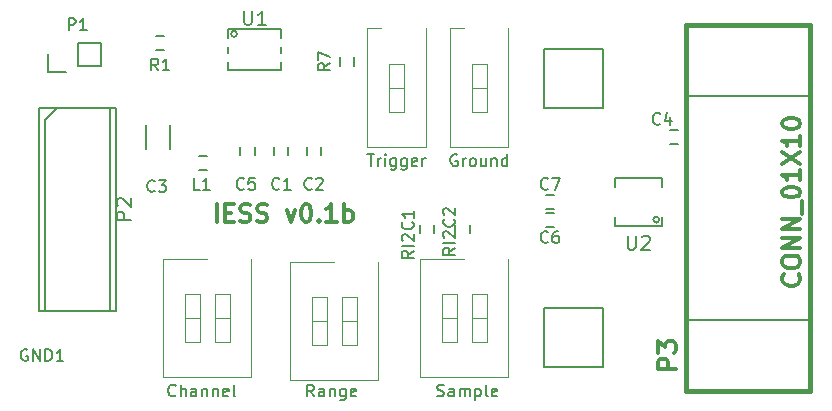
<source format=gbr>
G04 #@! TF.FileFunction,Legend,Top*
%FSLAX46Y46*%
G04 Gerber Fmt 4.6, Leading zero omitted, Abs format (unit mm)*
G04 Created by KiCad (PCBNEW 4.0.4+e1-6308~48~ubuntu14.04.1-stable) date Wed Jan  4 17:00:53 2017*
%MOMM*%
%LPD*%
G01*
G04 APERTURE LIST*
%ADD10C,0.100000*%
%ADD11C,0.300000*%
%ADD12C,0.150000*%
%ADD13C,0.400000*%
%ADD14C,0.120000*%
%ADD15C,0.304800*%
G04 APERTURE END LIST*
D10*
D11*
X166785715Y-107178571D02*
X166785715Y-105678571D01*
X167500001Y-106392857D02*
X168000001Y-106392857D01*
X168214287Y-107178571D02*
X167500001Y-107178571D01*
X167500001Y-105678571D01*
X168214287Y-105678571D01*
X168785715Y-107107143D02*
X169000001Y-107178571D01*
X169357144Y-107178571D01*
X169500001Y-107107143D01*
X169571430Y-107035714D01*
X169642858Y-106892857D01*
X169642858Y-106750000D01*
X169571430Y-106607143D01*
X169500001Y-106535714D01*
X169357144Y-106464286D01*
X169071430Y-106392857D01*
X168928572Y-106321429D01*
X168857144Y-106250000D01*
X168785715Y-106107143D01*
X168785715Y-105964286D01*
X168857144Y-105821429D01*
X168928572Y-105750000D01*
X169071430Y-105678571D01*
X169428572Y-105678571D01*
X169642858Y-105750000D01*
X170214286Y-107107143D02*
X170428572Y-107178571D01*
X170785715Y-107178571D01*
X170928572Y-107107143D01*
X171000001Y-107035714D01*
X171071429Y-106892857D01*
X171071429Y-106750000D01*
X171000001Y-106607143D01*
X170928572Y-106535714D01*
X170785715Y-106464286D01*
X170500001Y-106392857D01*
X170357143Y-106321429D01*
X170285715Y-106250000D01*
X170214286Y-106107143D01*
X170214286Y-105964286D01*
X170285715Y-105821429D01*
X170357143Y-105750000D01*
X170500001Y-105678571D01*
X170857143Y-105678571D01*
X171071429Y-105750000D01*
X172714286Y-106178571D02*
X173071429Y-107178571D01*
X173428571Y-106178571D01*
X174285714Y-105678571D02*
X174428571Y-105678571D01*
X174571428Y-105750000D01*
X174642857Y-105821429D01*
X174714286Y-105964286D01*
X174785714Y-106250000D01*
X174785714Y-106607143D01*
X174714286Y-106892857D01*
X174642857Y-107035714D01*
X174571428Y-107107143D01*
X174428571Y-107178571D01*
X174285714Y-107178571D01*
X174142857Y-107107143D01*
X174071428Y-107035714D01*
X174000000Y-106892857D01*
X173928571Y-106607143D01*
X173928571Y-106250000D01*
X174000000Y-105964286D01*
X174071428Y-105821429D01*
X174142857Y-105750000D01*
X174285714Y-105678571D01*
X175428571Y-107035714D02*
X175499999Y-107107143D01*
X175428571Y-107178571D01*
X175357142Y-107107143D01*
X175428571Y-107035714D01*
X175428571Y-107178571D01*
X176928571Y-107178571D02*
X176071428Y-107178571D01*
X176500000Y-107178571D02*
X176500000Y-105678571D01*
X176357143Y-105892857D01*
X176214285Y-106035714D01*
X176071428Y-106107143D01*
X177571428Y-107178571D02*
X177571428Y-105678571D01*
X177571428Y-106250000D02*
X177714285Y-106178571D01*
X177999999Y-106178571D01*
X178142856Y-106250000D01*
X178214285Y-106321429D01*
X178285714Y-106464286D01*
X178285714Y-106892857D01*
X178214285Y-107035714D01*
X178142856Y-107107143D01*
X177999999Y-107178571D01*
X177714285Y-107178571D01*
X177571428Y-107107143D01*
D12*
X171600000Y-101550000D02*
X171600000Y-100850000D01*
X172800000Y-100850000D02*
X172800000Y-101550000D01*
X174400000Y-101550000D02*
X174400000Y-100850000D01*
X175600000Y-100850000D02*
X175600000Y-101550000D01*
X205850000Y-100600000D02*
X205150000Y-100600000D01*
X205150000Y-99400000D02*
X205850000Y-99400000D01*
X168800000Y-101550000D02*
X168800000Y-100850000D01*
X170000000Y-100850000D02*
X170000000Y-101550000D01*
X195350000Y-107600000D02*
X194650000Y-107600000D01*
X194650000Y-106400000D02*
X195350000Y-106400000D01*
X195350000Y-106100000D02*
X194650000Y-106100000D01*
X194650000Y-104900000D02*
X195350000Y-104900000D01*
X165250000Y-101600000D02*
X165950000Y-101600000D01*
X165950000Y-102800000D02*
X165250000Y-102800000D01*
X155000000Y-94000000D02*
X155000000Y-92000000D01*
X155000000Y-92000000D02*
X157000000Y-92000000D01*
X157000000Y-92000000D02*
X157000000Y-94000000D01*
X157000000Y-94000000D02*
X155000000Y-94000000D01*
X154000000Y-94500000D02*
X152500000Y-94500000D01*
X152500000Y-94500000D02*
X152500000Y-93000000D01*
X162350000Y-92600000D02*
X161650000Y-92600000D01*
X161650000Y-91400000D02*
X162350000Y-91400000D01*
X177200000Y-93950000D02*
X177200000Y-93250000D01*
X178400000Y-93250000D02*
X178400000Y-93950000D01*
X185200000Y-107450000D02*
X185200000Y-108150000D01*
X184000000Y-108150000D02*
X184000000Y-107450000D01*
X188200000Y-107450000D02*
X188200000Y-108150000D01*
X187000000Y-108150000D02*
X187000000Y-107450000D01*
X168500000Y-91250000D02*
G75*
G03X168500000Y-91250000I-250000J0D01*
G01*
X172250000Y-92850000D02*
X172250000Y-92350000D01*
X167750000Y-93600000D02*
X167750000Y-94100000D01*
X167750000Y-94100000D02*
X167750000Y-94350000D01*
X167750000Y-94350000D02*
X172250000Y-94350000D01*
X172250000Y-94350000D02*
X172250000Y-93600000D01*
X167750000Y-92350000D02*
X167750000Y-92850000D01*
X172250000Y-91600000D02*
X172250000Y-90850000D01*
X172250000Y-90850000D02*
X167750000Y-90850000D01*
X167750000Y-90850000D02*
X167750000Y-91600000D01*
X204500000Y-103500000D02*
X200500000Y-103500000D01*
X200500000Y-103500000D02*
X200500000Y-103750000D01*
X204500000Y-103500000D02*
X204500000Y-103750000D01*
X204250000Y-107000000D02*
G75*
G03X204250000Y-107000000I-250000J0D01*
G01*
X204500000Y-106750000D02*
X204500000Y-107500000D01*
X204500000Y-107500000D02*
X200500000Y-107500000D01*
X200500000Y-107500000D02*
X200500000Y-107250000D01*
X200500000Y-104250000D02*
X200500000Y-103750000D01*
X204500000Y-103750000D02*
X204500000Y-104250000D01*
X200500000Y-107250000D02*
X200500000Y-106750000D01*
X194500640Y-114500640D02*
X199499360Y-114500640D01*
X199499360Y-114500640D02*
X199499360Y-119499360D01*
X199499360Y-119499360D02*
X194500640Y-119499360D01*
X194500640Y-119499360D02*
X194500640Y-114500640D01*
X194500640Y-92500640D02*
X199499360Y-92500640D01*
X199499360Y-92500640D02*
X199499360Y-97499360D01*
X199499360Y-97499360D02*
X194500640Y-97499360D01*
X194500640Y-97499360D02*
X194500640Y-92500640D01*
X160775000Y-99000000D02*
X160775000Y-101000000D01*
X162825000Y-101000000D02*
X162825000Y-99000000D01*
X217000000Y-115500000D02*
X206500000Y-115500000D01*
X217000000Y-96500000D02*
X206500000Y-96500000D01*
D13*
X217000000Y-121500000D02*
X217000000Y-90500000D01*
X217000000Y-90500000D02*
X206500000Y-90500000D01*
X206500000Y-90500000D02*
X206500000Y-121500000D01*
X217000000Y-121500000D02*
X206500000Y-121500000D01*
D14*
X169730000Y-110300000D02*
X169730000Y-120320000D01*
X169730000Y-120320000D02*
X162230000Y-120320000D01*
X162230000Y-120320000D02*
X162230000Y-110300000D01*
X162230000Y-110300000D02*
X165980000Y-110300000D01*
X167885000Y-113280000D02*
X166615000Y-113280000D01*
X166615000Y-113280000D02*
X166615000Y-117340000D01*
X166615000Y-117340000D02*
X167885000Y-117340000D01*
X167885000Y-117340000D02*
X167885000Y-113280000D01*
X167885000Y-115310000D02*
X166615000Y-115310000D01*
X165345000Y-113280000D02*
X164075000Y-113280000D01*
X164075000Y-113280000D02*
X164075000Y-117340000D01*
X164075000Y-117340000D02*
X165345000Y-117340000D01*
X165345000Y-117340000D02*
X165345000Y-113280000D01*
X165345000Y-115310000D02*
X164075000Y-115310000D01*
X191480000Y-90800000D02*
X191480000Y-100820000D01*
X191480000Y-100820000D02*
X186520000Y-100820000D01*
X186520000Y-100820000D02*
X186520000Y-90800000D01*
X186520000Y-90800000D02*
X187730000Y-90800000D01*
X189635000Y-93780000D02*
X188365000Y-93780000D01*
X188365000Y-93780000D02*
X188365000Y-97840000D01*
X188365000Y-97840000D02*
X189635000Y-97840000D01*
X189635000Y-97840000D02*
X189635000Y-93780000D01*
X189635000Y-95810000D02*
X188365000Y-95810000D01*
X180480000Y-110550000D02*
X180480000Y-120570000D01*
X180480000Y-120570000D02*
X172980000Y-120570000D01*
X172980000Y-120570000D02*
X172980000Y-110550000D01*
X172980000Y-110550000D02*
X176730000Y-110550000D01*
X178635000Y-113530000D02*
X177365000Y-113530000D01*
X177365000Y-113530000D02*
X177365000Y-117590000D01*
X177365000Y-117590000D02*
X178635000Y-117590000D01*
X178635000Y-117590000D02*
X178635000Y-113530000D01*
X178635000Y-115560000D02*
X177365000Y-115560000D01*
X176095000Y-113530000D02*
X174825000Y-113530000D01*
X174825000Y-113530000D02*
X174825000Y-117590000D01*
X174825000Y-117590000D02*
X176095000Y-117590000D01*
X176095000Y-117590000D02*
X176095000Y-113530000D01*
X176095000Y-115560000D02*
X174825000Y-115560000D01*
X191480000Y-110300000D02*
X191480000Y-120320000D01*
X191480000Y-120320000D02*
X183980000Y-120320000D01*
X183980000Y-120320000D02*
X183980000Y-110300000D01*
X183980000Y-110300000D02*
X187730000Y-110300000D01*
X189635000Y-113280000D02*
X188365000Y-113280000D01*
X188365000Y-113280000D02*
X188365000Y-117340000D01*
X188365000Y-117340000D02*
X189635000Y-117340000D01*
X189635000Y-117340000D02*
X189635000Y-113280000D01*
X189635000Y-115310000D02*
X188365000Y-115310000D01*
X187095000Y-113280000D02*
X185825000Y-113280000D01*
X185825000Y-113280000D02*
X185825000Y-117340000D01*
X185825000Y-117340000D02*
X187095000Y-117340000D01*
X187095000Y-117340000D02*
X187095000Y-113280000D01*
X187095000Y-115310000D02*
X185825000Y-115310000D01*
X184480000Y-90800000D02*
X184480000Y-100820000D01*
X184480000Y-100820000D02*
X179520000Y-100820000D01*
X179520000Y-100820000D02*
X179520000Y-90800000D01*
X179520000Y-90800000D02*
X180730000Y-90800000D01*
X182635000Y-93780000D02*
X181365000Y-93780000D01*
X181365000Y-93780000D02*
X181365000Y-97840000D01*
X181365000Y-97840000D02*
X182635000Y-97840000D01*
X182635000Y-97840000D02*
X182635000Y-93780000D01*
X182635000Y-95810000D02*
X181365000Y-95810000D01*
D12*
X152230000Y-98515000D02*
X153230000Y-97515000D01*
X153230000Y-97515000D02*
X157770000Y-97515000D01*
X157770000Y-97515000D02*
X157770000Y-114685000D01*
X157770000Y-114685000D02*
X152230000Y-114685000D01*
X152230000Y-114685000D02*
X152230000Y-98515000D01*
X158270000Y-97515000D02*
X158270000Y-114685000D01*
X158270000Y-114685000D02*
X151730000Y-114685000D01*
X151730000Y-114685000D02*
X151730000Y-97515000D01*
X151730000Y-97515000D02*
X158270000Y-97515000D01*
X172083334Y-104357143D02*
X172035715Y-104404762D01*
X171892858Y-104452381D01*
X171797620Y-104452381D01*
X171654762Y-104404762D01*
X171559524Y-104309524D01*
X171511905Y-104214286D01*
X171464286Y-104023810D01*
X171464286Y-103880952D01*
X171511905Y-103690476D01*
X171559524Y-103595238D01*
X171654762Y-103500000D01*
X171797620Y-103452381D01*
X171892858Y-103452381D01*
X172035715Y-103500000D01*
X172083334Y-103547619D01*
X173035715Y-104452381D02*
X172464286Y-104452381D01*
X172750000Y-104452381D02*
X172750000Y-103452381D01*
X172654762Y-103595238D01*
X172559524Y-103690476D01*
X172464286Y-103738095D01*
X174833334Y-104357143D02*
X174785715Y-104404762D01*
X174642858Y-104452381D01*
X174547620Y-104452381D01*
X174404762Y-104404762D01*
X174309524Y-104309524D01*
X174261905Y-104214286D01*
X174214286Y-104023810D01*
X174214286Y-103880952D01*
X174261905Y-103690476D01*
X174309524Y-103595238D01*
X174404762Y-103500000D01*
X174547620Y-103452381D01*
X174642858Y-103452381D01*
X174785715Y-103500000D01*
X174833334Y-103547619D01*
X175214286Y-103547619D02*
X175261905Y-103500000D01*
X175357143Y-103452381D01*
X175595239Y-103452381D01*
X175690477Y-103500000D01*
X175738096Y-103547619D01*
X175785715Y-103642857D01*
X175785715Y-103738095D01*
X175738096Y-103880952D01*
X175166667Y-104452381D01*
X175785715Y-104452381D01*
X204333334Y-98857143D02*
X204285715Y-98904762D01*
X204142858Y-98952381D01*
X204047620Y-98952381D01*
X203904762Y-98904762D01*
X203809524Y-98809524D01*
X203761905Y-98714286D01*
X203714286Y-98523810D01*
X203714286Y-98380952D01*
X203761905Y-98190476D01*
X203809524Y-98095238D01*
X203904762Y-98000000D01*
X204047620Y-97952381D01*
X204142858Y-97952381D01*
X204285715Y-98000000D01*
X204333334Y-98047619D01*
X205190477Y-98285714D02*
X205190477Y-98952381D01*
X204952381Y-97904762D02*
X204714286Y-98619048D01*
X205333334Y-98619048D01*
X169083334Y-104357143D02*
X169035715Y-104404762D01*
X168892858Y-104452381D01*
X168797620Y-104452381D01*
X168654762Y-104404762D01*
X168559524Y-104309524D01*
X168511905Y-104214286D01*
X168464286Y-104023810D01*
X168464286Y-103880952D01*
X168511905Y-103690476D01*
X168559524Y-103595238D01*
X168654762Y-103500000D01*
X168797620Y-103452381D01*
X168892858Y-103452381D01*
X169035715Y-103500000D01*
X169083334Y-103547619D01*
X169988096Y-103452381D02*
X169511905Y-103452381D01*
X169464286Y-103928571D01*
X169511905Y-103880952D01*
X169607143Y-103833333D01*
X169845239Y-103833333D01*
X169940477Y-103880952D01*
X169988096Y-103928571D01*
X170035715Y-104023810D01*
X170035715Y-104261905D01*
X169988096Y-104357143D01*
X169940477Y-104404762D01*
X169845239Y-104452381D01*
X169607143Y-104452381D01*
X169511905Y-104404762D01*
X169464286Y-104357143D01*
X194833334Y-108857143D02*
X194785715Y-108904762D01*
X194642858Y-108952381D01*
X194547620Y-108952381D01*
X194404762Y-108904762D01*
X194309524Y-108809524D01*
X194261905Y-108714286D01*
X194214286Y-108523810D01*
X194214286Y-108380952D01*
X194261905Y-108190476D01*
X194309524Y-108095238D01*
X194404762Y-108000000D01*
X194547620Y-107952381D01*
X194642858Y-107952381D01*
X194785715Y-108000000D01*
X194833334Y-108047619D01*
X195690477Y-107952381D02*
X195500000Y-107952381D01*
X195404762Y-108000000D01*
X195357143Y-108047619D01*
X195261905Y-108190476D01*
X195214286Y-108380952D01*
X195214286Y-108761905D01*
X195261905Y-108857143D01*
X195309524Y-108904762D01*
X195404762Y-108952381D01*
X195595239Y-108952381D01*
X195690477Y-108904762D01*
X195738096Y-108857143D01*
X195785715Y-108761905D01*
X195785715Y-108523810D01*
X195738096Y-108428571D01*
X195690477Y-108380952D01*
X195595239Y-108333333D01*
X195404762Y-108333333D01*
X195309524Y-108380952D01*
X195261905Y-108428571D01*
X195214286Y-108523810D01*
X194833334Y-104357143D02*
X194785715Y-104404762D01*
X194642858Y-104452381D01*
X194547620Y-104452381D01*
X194404762Y-104404762D01*
X194309524Y-104309524D01*
X194261905Y-104214286D01*
X194214286Y-104023810D01*
X194214286Y-103880952D01*
X194261905Y-103690476D01*
X194309524Y-103595238D01*
X194404762Y-103500000D01*
X194547620Y-103452381D01*
X194642858Y-103452381D01*
X194785715Y-103500000D01*
X194833334Y-103547619D01*
X195166667Y-103452381D02*
X195833334Y-103452381D01*
X195404762Y-104452381D01*
X165333334Y-104452381D02*
X164857143Y-104452381D01*
X164857143Y-103452381D01*
X166190477Y-104452381D02*
X165619048Y-104452381D01*
X165904762Y-104452381D02*
X165904762Y-103452381D01*
X165809524Y-103595238D01*
X165714286Y-103690476D01*
X165619048Y-103738095D01*
X154261905Y-90952381D02*
X154261905Y-89952381D01*
X154642858Y-89952381D01*
X154738096Y-90000000D01*
X154785715Y-90047619D01*
X154833334Y-90142857D01*
X154833334Y-90285714D01*
X154785715Y-90380952D01*
X154738096Y-90428571D01*
X154642858Y-90476190D01*
X154261905Y-90476190D01*
X155785715Y-90952381D02*
X155214286Y-90952381D01*
X155500000Y-90952381D02*
X155500000Y-89952381D01*
X155404762Y-90095238D01*
X155309524Y-90190476D01*
X155214286Y-90238095D01*
X161833334Y-94352381D02*
X161500000Y-93876190D01*
X161261905Y-94352381D02*
X161261905Y-93352381D01*
X161642858Y-93352381D01*
X161738096Y-93400000D01*
X161785715Y-93447619D01*
X161833334Y-93542857D01*
X161833334Y-93685714D01*
X161785715Y-93780952D01*
X161738096Y-93828571D01*
X161642858Y-93876190D01*
X161261905Y-93876190D01*
X162785715Y-94352381D02*
X162214286Y-94352381D01*
X162500000Y-94352381D02*
X162500000Y-93352381D01*
X162404762Y-93495238D01*
X162309524Y-93590476D01*
X162214286Y-93638095D01*
X176352381Y-93766666D02*
X175876190Y-94100000D01*
X176352381Y-94338095D02*
X175352381Y-94338095D01*
X175352381Y-93957142D01*
X175400000Y-93861904D01*
X175447619Y-93814285D01*
X175542857Y-93766666D01*
X175685714Y-93766666D01*
X175780952Y-93814285D01*
X175828571Y-93861904D01*
X175876190Y-93957142D01*
X175876190Y-94338095D01*
X175352381Y-93433333D02*
X175352381Y-92766666D01*
X176352381Y-93195238D01*
X183452381Y-109630952D02*
X182976190Y-109964286D01*
X183452381Y-110202381D02*
X182452381Y-110202381D01*
X182452381Y-109821428D01*
X182500000Y-109726190D01*
X182547619Y-109678571D01*
X182642857Y-109630952D01*
X182785714Y-109630952D01*
X182880952Y-109678571D01*
X182928571Y-109726190D01*
X182976190Y-109821428D01*
X182976190Y-110202381D01*
X183452381Y-109202381D02*
X182452381Y-109202381D01*
X182547619Y-108773810D02*
X182500000Y-108726191D01*
X182452381Y-108630953D01*
X182452381Y-108392857D01*
X182500000Y-108297619D01*
X182547619Y-108250000D01*
X182642857Y-108202381D01*
X182738095Y-108202381D01*
X182880952Y-108250000D01*
X183452381Y-108821429D01*
X183452381Y-108202381D01*
X183357143Y-107202381D02*
X183404762Y-107250000D01*
X183452381Y-107392857D01*
X183452381Y-107488095D01*
X183404762Y-107630953D01*
X183309524Y-107726191D01*
X183214286Y-107773810D01*
X183023810Y-107821429D01*
X182880952Y-107821429D01*
X182690476Y-107773810D01*
X182595238Y-107726191D01*
X182500000Y-107630953D01*
X182452381Y-107488095D01*
X182452381Y-107392857D01*
X182500000Y-107250000D01*
X182547619Y-107202381D01*
X183452381Y-106250000D02*
X183452381Y-106821429D01*
X183452381Y-106535715D02*
X182452381Y-106535715D01*
X182595238Y-106630953D01*
X182690476Y-106726191D01*
X182738095Y-106821429D01*
X186952381Y-109380952D02*
X186476190Y-109714286D01*
X186952381Y-109952381D02*
X185952381Y-109952381D01*
X185952381Y-109571428D01*
X186000000Y-109476190D01*
X186047619Y-109428571D01*
X186142857Y-109380952D01*
X186285714Y-109380952D01*
X186380952Y-109428571D01*
X186428571Y-109476190D01*
X186476190Y-109571428D01*
X186476190Y-109952381D01*
X186952381Y-108952381D02*
X185952381Y-108952381D01*
X186047619Y-108523810D02*
X186000000Y-108476191D01*
X185952381Y-108380953D01*
X185952381Y-108142857D01*
X186000000Y-108047619D01*
X186047619Y-108000000D01*
X186142857Y-107952381D01*
X186238095Y-107952381D01*
X186380952Y-108000000D01*
X186952381Y-108571429D01*
X186952381Y-107952381D01*
X186857143Y-106952381D02*
X186904762Y-107000000D01*
X186952381Y-107142857D01*
X186952381Y-107238095D01*
X186904762Y-107380953D01*
X186809524Y-107476191D01*
X186714286Y-107523810D01*
X186523810Y-107571429D01*
X186380952Y-107571429D01*
X186190476Y-107523810D01*
X186095238Y-107476191D01*
X186000000Y-107380953D01*
X185952381Y-107238095D01*
X185952381Y-107142857D01*
X186000000Y-107000000D01*
X186047619Y-106952381D01*
X186047619Y-106571429D02*
X186000000Y-106523810D01*
X185952381Y-106428572D01*
X185952381Y-106190476D01*
X186000000Y-106095238D01*
X186047619Y-106047619D01*
X186142857Y-106000000D01*
X186238095Y-106000000D01*
X186380952Y-106047619D01*
X186952381Y-106619048D01*
X186952381Y-106000000D01*
X169085714Y-89307857D02*
X169085714Y-90279286D01*
X169142857Y-90393571D01*
X169200000Y-90450714D01*
X169314286Y-90507857D01*
X169542857Y-90507857D01*
X169657143Y-90450714D01*
X169714286Y-90393571D01*
X169771429Y-90279286D01*
X169771429Y-89307857D01*
X170971429Y-90507857D02*
X170285714Y-90507857D01*
X170628572Y-90507857D02*
X170628572Y-89307857D01*
X170514286Y-89479286D01*
X170400000Y-89593571D01*
X170285714Y-89650714D01*
X201585714Y-108342857D02*
X201585714Y-109314286D01*
X201642857Y-109428571D01*
X201700000Y-109485714D01*
X201814286Y-109542857D01*
X202042857Y-109542857D01*
X202157143Y-109485714D01*
X202214286Y-109428571D01*
X202271429Y-109314286D01*
X202271429Y-108342857D01*
X202785714Y-108457143D02*
X202842857Y-108400000D01*
X202957143Y-108342857D01*
X203242857Y-108342857D01*
X203357143Y-108400000D01*
X203414286Y-108457143D01*
X203471429Y-108571429D01*
X203471429Y-108685714D01*
X203414286Y-108857143D01*
X202728572Y-109542857D01*
X203471429Y-109542857D01*
X161533334Y-104557143D02*
X161485715Y-104604762D01*
X161342858Y-104652381D01*
X161247620Y-104652381D01*
X161104762Y-104604762D01*
X161009524Y-104509524D01*
X160961905Y-104414286D01*
X160914286Y-104223810D01*
X160914286Y-104080952D01*
X160961905Y-103890476D01*
X161009524Y-103795238D01*
X161104762Y-103700000D01*
X161247620Y-103652381D01*
X161342858Y-103652381D01*
X161485715Y-103700000D01*
X161533334Y-103747619D01*
X161866667Y-103652381D02*
X162485715Y-103652381D01*
X162152381Y-104033333D01*
X162295239Y-104033333D01*
X162390477Y-104080952D01*
X162438096Y-104128571D01*
X162485715Y-104223810D01*
X162485715Y-104461905D01*
X162438096Y-104557143D01*
X162390477Y-104604762D01*
X162295239Y-104652381D01*
X162009524Y-104652381D01*
X161914286Y-104604762D01*
X161866667Y-104557143D01*
D15*
X205689429Y-119624857D02*
X204165429Y-119624857D01*
X204165429Y-119044285D01*
X204238000Y-118899143D01*
X204310571Y-118826571D01*
X204455714Y-118754000D01*
X204673429Y-118754000D01*
X204818571Y-118826571D01*
X204891143Y-118899143D01*
X204963714Y-119044285D01*
X204963714Y-119624857D01*
X204165429Y-118246000D02*
X204165429Y-117302571D01*
X204746000Y-117810571D01*
X204746000Y-117592857D01*
X204818571Y-117447714D01*
X204891143Y-117375143D01*
X205036286Y-117302571D01*
X205399143Y-117302571D01*
X205544286Y-117375143D01*
X205616857Y-117447714D01*
X205689429Y-117592857D01*
X205689429Y-118028285D01*
X205616857Y-118173428D01*
X205544286Y-118246000D01*
X216044286Y-111632286D02*
X216116857Y-111704857D01*
X216189429Y-111922571D01*
X216189429Y-112067714D01*
X216116857Y-112285429D01*
X215971714Y-112430571D01*
X215826571Y-112503143D01*
X215536286Y-112575714D01*
X215318571Y-112575714D01*
X215028286Y-112503143D01*
X214883143Y-112430571D01*
X214738000Y-112285429D01*
X214665429Y-112067714D01*
X214665429Y-111922571D01*
X214738000Y-111704857D01*
X214810571Y-111632286D01*
X214665429Y-110688857D02*
X214665429Y-110398571D01*
X214738000Y-110253429D01*
X214883143Y-110108286D01*
X215173429Y-110035714D01*
X215681429Y-110035714D01*
X215971714Y-110108286D01*
X216116857Y-110253429D01*
X216189429Y-110398571D01*
X216189429Y-110688857D01*
X216116857Y-110834000D01*
X215971714Y-110979143D01*
X215681429Y-111051714D01*
X215173429Y-111051714D01*
X214883143Y-110979143D01*
X214738000Y-110834000D01*
X214665429Y-110688857D01*
X216189429Y-109382572D02*
X214665429Y-109382572D01*
X216189429Y-108511715D01*
X214665429Y-108511715D01*
X216189429Y-107786001D02*
X214665429Y-107786001D01*
X216189429Y-106915144D01*
X214665429Y-106915144D01*
X216334571Y-106552287D02*
X216334571Y-105391144D01*
X214665429Y-104738001D02*
X214665429Y-104592858D01*
X214738000Y-104447715D01*
X214810571Y-104375144D01*
X214955714Y-104302573D01*
X215246000Y-104230001D01*
X215608857Y-104230001D01*
X215899143Y-104302573D01*
X216044286Y-104375144D01*
X216116857Y-104447715D01*
X216189429Y-104592858D01*
X216189429Y-104738001D01*
X216116857Y-104883144D01*
X216044286Y-104955715D01*
X215899143Y-105028287D01*
X215608857Y-105100858D01*
X215246000Y-105100858D01*
X214955714Y-105028287D01*
X214810571Y-104955715D01*
X214738000Y-104883144D01*
X214665429Y-104738001D01*
X216189429Y-102778572D02*
X216189429Y-103649429D01*
X216189429Y-103214001D02*
X214665429Y-103214001D01*
X214883143Y-103359144D01*
X215028286Y-103504286D01*
X215100857Y-103649429D01*
X214665429Y-102270572D02*
X216189429Y-101254572D01*
X214665429Y-101254572D02*
X216189429Y-102270572D01*
X216189429Y-99875714D02*
X216189429Y-100746571D01*
X216189429Y-100311143D02*
X214665429Y-100311143D01*
X214883143Y-100456286D01*
X215028286Y-100601428D01*
X215100857Y-100746571D01*
X214665429Y-98932285D02*
X214665429Y-98787142D01*
X214738000Y-98641999D01*
X214810571Y-98569428D01*
X214955714Y-98496857D01*
X215246000Y-98424285D01*
X215608857Y-98424285D01*
X215899143Y-98496857D01*
X216044286Y-98569428D01*
X216116857Y-98641999D01*
X216189429Y-98787142D01*
X216189429Y-98932285D01*
X216116857Y-99077428D01*
X216044286Y-99149999D01*
X215899143Y-99222571D01*
X215608857Y-99295142D01*
X215246000Y-99295142D01*
X214955714Y-99222571D01*
X214810571Y-99149999D01*
X214738000Y-99077428D01*
X214665429Y-98932285D01*
D12*
X150761905Y-118000000D02*
X150666667Y-117952381D01*
X150523810Y-117952381D01*
X150380952Y-118000000D01*
X150285714Y-118095238D01*
X150238095Y-118190476D01*
X150190476Y-118380952D01*
X150190476Y-118523810D01*
X150238095Y-118714286D01*
X150285714Y-118809524D01*
X150380952Y-118904762D01*
X150523810Y-118952381D01*
X150619048Y-118952381D01*
X150761905Y-118904762D01*
X150809524Y-118857143D01*
X150809524Y-118523810D01*
X150619048Y-118523810D01*
X151238095Y-118952381D02*
X151238095Y-117952381D01*
X151809524Y-118952381D01*
X151809524Y-117952381D01*
X152285714Y-118952381D02*
X152285714Y-117952381D01*
X152523809Y-117952381D01*
X152666667Y-118000000D01*
X152761905Y-118095238D01*
X152809524Y-118190476D01*
X152857143Y-118380952D01*
X152857143Y-118523810D01*
X152809524Y-118714286D01*
X152761905Y-118809524D01*
X152666667Y-118904762D01*
X152523809Y-118952381D01*
X152285714Y-118952381D01*
X153809524Y-118952381D02*
X153238095Y-118952381D01*
X153523809Y-118952381D02*
X153523809Y-117952381D01*
X153428571Y-118095238D01*
X153333333Y-118190476D01*
X153238095Y-118238095D01*
X163309524Y-121857143D02*
X163261905Y-121904762D01*
X163119048Y-121952381D01*
X163023810Y-121952381D01*
X162880952Y-121904762D01*
X162785714Y-121809524D01*
X162738095Y-121714286D01*
X162690476Y-121523810D01*
X162690476Y-121380952D01*
X162738095Y-121190476D01*
X162785714Y-121095238D01*
X162880952Y-121000000D01*
X163023810Y-120952381D01*
X163119048Y-120952381D01*
X163261905Y-121000000D01*
X163309524Y-121047619D01*
X163738095Y-121952381D02*
X163738095Y-120952381D01*
X164166667Y-121952381D02*
X164166667Y-121428571D01*
X164119048Y-121333333D01*
X164023810Y-121285714D01*
X163880952Y-121285714D01*
X163785714Y-121333333D01*
X163738095Y-121380952D01*
X165071429Y-121952381D02*
X165071429Y-121428571D01*
X165023810Y-121333333D01*
X164928572Y-121285714D01*
X164738095Y-121285714D01*
X164642857Y-121333333D01*
X165071429Y-121904762D02*
X164976191Y-121952381D01*
X164738095Y-121952381D01*
X164642857Y-121904762D01*
X164595238Y-121809524D01*
X164595238Y-121714286D01*
X164642857Y-121619048D01*
X164738095Y-121571429D01*
X164976191Y-121571429D01*
X165071429Y-121523810D01*
X165547619Y-121285714D02*
X165547619Y-121952381D01*
X165547619Y-121380952D02*
X165595238Y-121333333D01*
X165690476Y-121285714D01*
X165833334Y-121285714D01*
X165928572Y-121333333D01*
X165976191Y-121428571D01*
X165976191Y-121952381D01*
X166452381Y-121285714D02*
X166452381Y-121952381D01*
X166452381Y-121380952D02*
X166500000Y-121333333D01*
X166595238Y-121285714D01*
X166738096Y-121285714D01*
X166833334Y-121333333D01*
X166880953Y-121428571D01*
X166880953Y-121952381D01*
X167738096Y-121904762D02*
X167642858Y-121952381D01*
X167452381Y-121952381D01*
X167357143Y-121904762D01*
X167309524Y-121809524D01*
X167309524Y-121428571D01*
X167357143Y-121333333D01*
X167452381Y-121285714D01*
X167642858Y-121285714D01*
X167738096Y-121333333D01*
X167785715Y-121428571D01*
X167785715Y-121523810D01*
X167309524Y-121619048D01*
X168357143Y-121952381D02*
X168261905Y-121904762D01*
X168214286Y-121809524D01*
X168214286Y-120952381D01*
X187142857Y-101500000D02*
X187047619Y-101452381D01*
X186904762Y-101452381D01*
X186761904Y-101500000D01*
X186666666Y-101595238D01*
X186619047Y-101690476D01*
X186571428Y-101880952D01*
X186571428Y-102023810D01*
X186619047Y-102214286D01*
X186666666Y-102309524D01*
X186761904Y-102404762D01*
X186904762Y-102452381D01*
X187000000Y-102452381D01*
X187142857Y-102404762D01*
X187190476Y-102357143D01*
X187190476Y-102023810D01*
X187000000Y-102023810D01*
X187619047Y-102452381D02*
X187619047Y-101785714D01*
X187619047Y-101976190D02*
X187666666Y-101880952D01*
X187714285Y-101833333D01*
X187809523Y-101785714D01*
X187904762Y-101785714D01*
X188380952Y-102452381D02*
X188285714Y-102404762D01*
X188238095Y-102357143D01*
X188190476Y-102261905D01*
X188190476Y-101976190D01*
X188238095Y-101880952D01*
X188285714Y-101833333D01*
X188380952Y-101785714D01*
X188523810Y-101785714D01*
X188619048Y-101833333D01*
X188666667Y-101880952D01*
X188714286Y-101976190D01*
X188714286Y-102261905D01*
X188666667Y-102357143D01*
X188619048Y-102404762D01*
X188523810Y-102452381D01*
X188380952Y-102452381D01*
X189571429Y-101785714D02*
X189571429Y-102452381D01*
X189142857Y-101785714D02*
X189142857Y-102309524D01*
X189190476Y-102404762D01*
X189285714Y-102452381D01*
X189428572Y-102452381D01*
X189523810Y-102404762D01*
X189571429Y-102357143D01*
X190047619Y-101785714D02*
X190047619Y-102452381D01*
X190047619Y-101880952D02*
X190095238Y-101833333D01*
X190190476Y-101785714D01*
X190333334Y-101785714D01*
X190428572Y-101833333D01*
X190476191Y-101928571D01*
X190476191Y-102452381D01*
X191380953Y-102452381D02*
X191380953Y-101452381D01*
X191380953Y-102404762D02*
X191285715Y-102452381D01*
X191095238Y-102452381D01*
X191000000Y-102404762D01*
X190952381Y-102357143D01*
X190904762Y-102261905D01*
X190904762Y-101976190D01*
X190952381Y-101880952D01*
X191000000Y-101833333D01*
X191095238Y-101785714D01*
X191285715Y-101785714D01*
X191380953Y-101833333D01*
X175023810Y-121952381D02*
X174690476Y-121476190D01*
X174452381Y-121952381D02*
X174452381Y-120952381D01*
X174833334Y-120952381D01*
X174928572Y-121000000D01*
X174976191Y-121047619D01*
X175023810Y-121142857D01*
X175023810Y-121285714D01*
X174976191Y-121380952D01*
X174928572Y-121428571D01*
X174833334Y-121476190D01*
X174452381Y-121476190D01*
X175880953Y-121952381D02*
X175880953Y-121428571D01*
X175833334Y-121333333D01*
X175738096Y-121285714D01*
X175547619Y-121285714D01*
X175452381Y-121333333D01*
X175880953Y-121904762D02*
X175785715Y-121952381D01*
X175547619Y-121952381D01*
X175452381Y-121904762D01*
X175404762Y-121809524D01*
X175404762Y-121714286D01*
X175452381Y-121619048D01*
X175547619Y-121571429D01*
X175785715Y-121571429D01*
X175880953Y-121523810D01*
X176357143Y-121285714D02*
X176357143Y-121952381D01*
X176357143Y-121380952D02*
X176404762Y-121333333D01*
X176500000Y-121285714D01*
X176642858Y-121285714D01*
X176738096Y-121333333D01*
X176785715Y-121428571D01*
X176785715Y-121952381D01*
X177690477Y-121285714D02*
X177690477Y-122095238D01*
X177642858Y-122190476D01*
X177595239Y-122238095D01*
X177500000Y-122285714D01*
X177357143Y-122285714D01*
X177261905Y-122238095D01*
X177690477Y-121904762D02*
X177595239Y-121952381D01*
X177404762Y-121952381D01*
X177309524Y-121904762D01*
X177261905Y-121857143D01*
X177214286Y-121761905D01*
X177214286Y-121476190D01*
X177261905Y-121380952D01*
X177309524Y-121333333D01*
X177404762Y-121285714D01*
X177595239Y-121285714D01*
X177690477Y-121333333D01*
X178547620Y-121904762D02*
X178452382Y-121952381D01*
X178261905Y-121952381D01*
X178166667Y-121904762D01*
X178119048Y-121809524D01*
X178119048Y-121428571D01*
X178166667Y-121333333D01*
X178261905Y-121285714D01*
X178452382Y-121285714D01*
X178547620Y-121333333D01*
X178595239Y-121428571D01*
X178595239Y-121523810D01*
X178119048Y-121619048D01*
X185452381Y-121904762D02*
X185595238Y-121952381D01*
X185833334Y-121952381D01*
X185928572Y-121904762D01*
X185976191Y-121857143D01*
X186023810Y-121761905D01*
X186023810Y-121666667D01*
X185976191Y-121571429D01*
X185928572Y-121523810D01*
X185833334Y-121476190D01*
X185642857Y-121428571D01*
X185547619Y-121380952D01*
X185500000Y-121333333D01*
X185452381Y-121238095D01*
X185452381Y-121142857D01*
X185500000Y-121047619D01*
X185547619Y-121000000D01*
X185642857Y-120952381D01*
X185880953Y-120952381D01*
X186023810Y-121000000D01*
X186880953Y-121952381D02*
X186880953Y-121428571D01*
X186833334Y-121333333D01*
X186738096Y-121285714D01*
X186547619Y-121285714D01*
X186452381Y-121333333D01*
X186880953Y-121904762D02*
X186785715Y-121952381D01*
X186547619Y-121952381D01*
X186452381Y-121904762D01*
X186404762Y-121809524D01*
X186404762Y-121714286D01*
X186452381Y-121619048D01*
X186547619Y-121571429D01*
X186785715Y-121571429D01*
X186880953Y-121523810D01*
X187357143Y-121952381D02*
X187357143Y-121285714D01*
X187357143Y-121380952D02*
X187404762Y-121333333D01*
X187500000Y-121285714D01*
X187642858Y-121285714D01*
X187738096Y-121333333D01*
X187785715Y-121428571D01*
X187785715Y-121952381D01*
X187785715Y-121428571D02*
X187833334Y-121333333D01*
X187928572Y-121285714D01*
X188071429Y-121285714D01*
X188166667Y-121333333D01*
X188214286Y-121428571D01*
X188214286Y-121952381D01*
X188690476Y-121285714D02*
X188690476Y-122285714D01*
X188690476Y-121333333D02*
X188785714Y-121285714D01*
X188976191Y-121285714D01*
X189071429Y-121333333D01*
X189119048Y-121380952D01*
X189166667Y-121476190D01*
X189166667Y-121761905D01*
X189119048Y-121857143D01*
X189071429Y-121904762D01*
X188976191Y-121952381D01*
X188785714Y-121952381D01*
X188690476Y-121904762D01*
X189738095Y-121952381D02*
X189642857Y-121904762D01*
X189595238Y-121809524D01*
X189595238Y-120952381D01*
X190500001Y-121904762D02*
X190404763Y-121952381D01*
X190214286Y-121952381D01*
X190119048Y-121904762D01*
X190071429Y-121809524D01*
X190071429Y-121428571D01*
X190119048Y-121333333D01*
X190214286Y-121285714D01*
X190404763Y-121285714D01*
X190500001Y-121333333D01*
X190547620Y-121428571D01*
X190547620Y-121523810D01*
X190071429Y-121619048D01*
X179523809Y-101452381D02*
X180095238Y-101452381D01*
X179809523Y-102452381D02*
X179809523Y-101452381D01*
X180428571Y-102452381D02*
X180428571Y-101785714D01*
X180428571Y-101976190D02*
X180476190Y-101880952D01*
X180523809Y-101833333D01*
X180619047Y-101785714D01*
X180714286Y-101785714D01*
X181047619Y-102452381D02*
X181047619Y-101785714D01*
X181047619Y-101452381D02*
X181000000Y-101500000D01*
X181047619Y-101547619D01*
X181095238Y-101500000D01*
X181047619Y-101452381D01*
X181047619Y-101547619D01*
X181952381Y-101785714D02*
X181952381Y-102595238D01*
X181904762Y-102690476D01*
X181857143Y-102738095D01*
X181761904Y-102785714D01*
X181619047Y-102785714D01*
X181523809Y-102738095D01*
X181952381Y-102404762D02*
X181857143Y-102452381D01*
X181666666Y-102452381D01*
X181571428Y-102404762D01*
X181523809Y-102357143D01*
X181476190Y-102261905D01*
X181476190Y-101976190D01*
X181523809Y-101880952D01*
X181571428Y-101833333D01*
X181666666Y-101785714D01*
X181857143Y-101785714D01*
X181952381Y-101833333D01*
X182857143Y-101785714D02*
X182857143Y-102595238D01*
X182809524Y-102690476D01*
X182761905Y-102738095D01*
X182666666Y-102785714D01*
X182523809Y-102785714D01*
X182428571Y-102738095D01*
X182857143Y-102404762D02*
X182761905Y-102452381D01*
X182571428Y-102452381D01*
X182476190Y-102404762D01*
X182428571Y-102357143D01*
X182380952Y-102261905D01*
X182380952Y-101976190D01*
X182428571Y-101880952D01*
X182476190Y-101833333D01*
X182571428Y-101785714D01*
X182761905Y-101785714D01*
X182857143Y-101833333D01*
X183714286Y-102404762D02*
X183619048Y-102452381D01*
X183428571Y-102452381D01*
X183333333Y-102404762D01*
X183285714Y-102309524D01*
X183285714Y-101928571D01*
X183333333Y-101833333D01*
X183428571Y-101785714D01*
X183619048Y-101785714D01*
X183714286Y-101833333D01*
X183761905Y-101928571D01*
X183761905Y-102023810D01*
X183285714Y-102119048D01*
X184190476Y-102452381D02*
X184190476Y-101785714D01*
X184190476Y-101976190D02*
X184238095Y-101880952D01*
X184285714Y-101833333D01*
X184380952Y-101785714D01*
X184476191Y-101785714D01*
X159512857Y-106985714D02*
X158312857Y-106985714D01*
X158312857Y-106528571D01*
X158370000Y-106414285D01*
X158427143Y-106357142D01*
X158541429Y-106299999D01*
X158712857Y-106299999D01*
X158827143Y-106357142D01*
X158884286Y-106414285D01*
X158941429Y-106528571D01*
X158941429Y-106985714D01*
X158427143Y-105842857D02*
X158370000Y-105785714D01*
X158312857Y-105671428D01*
X158312857Y-105385714D01*
X158370000Y-105271428D01*
X158427143Y-105214285D01*
X158541429Y-105157142D01*
X158655714Y-105157142D01*
X158827143Y-105214285D01*
X159512857Y-105899999D01*
X159512857Y-105157142D01*
M02*

</source>
